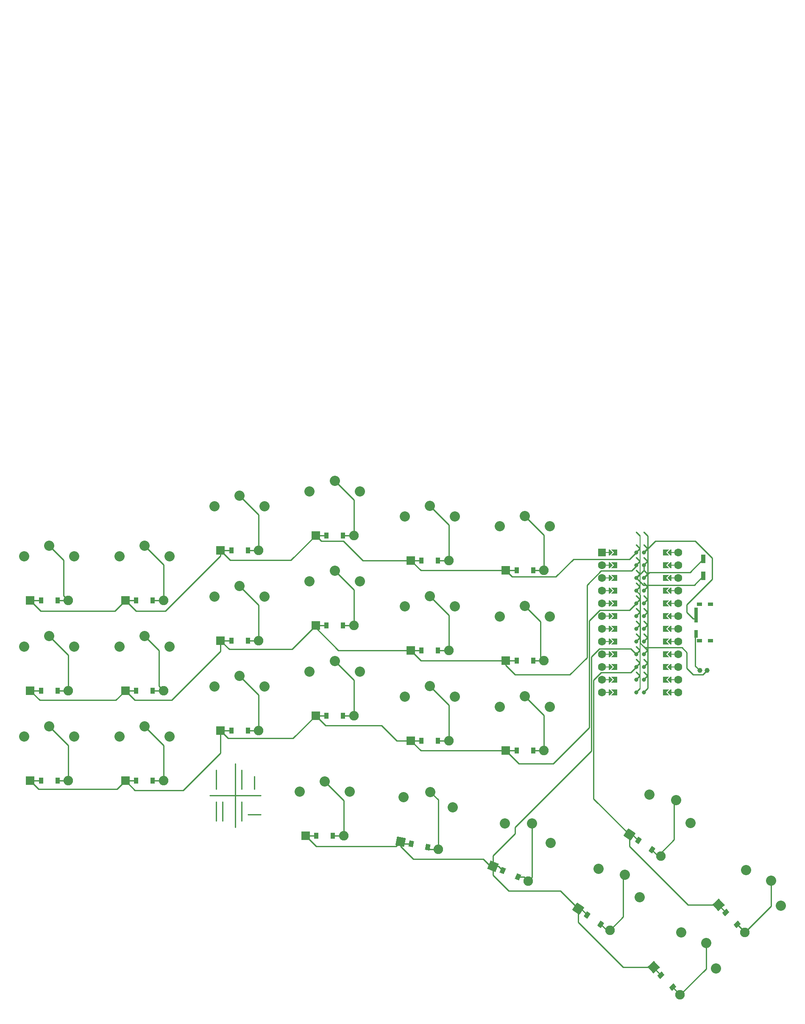
<source format=gbr>
%TF.GenerationSoftware,KiCad,Pcbnew,7.0.2-6a45011f42~172~ubuntu22.04.1*%
%TF.CreationDate,2023-05-10T23:38:50+02:00*%
%TF.ProjectId,keyboard,6b657962-6f61-4726-942e-6b696361645f,v1.0.0*%
%TF.SameCoordinates,Original*%
%TF.FileFunction,Copper,L1,Top*%
%TF.FilePolarity,Positive*%
%FSLAX46Y46*%
G04 Gerber Fmt 4.6, Leading zero omitted, Abs format (unit mm)*
G04 Created by KiCad (PCBNEW 7.0.2-6a45011f42~172~ubuntu22.04.1) date 2023-05-10 23:38:50*
%MOMM*%
%LPD*%
G01*
G04 APERTURE LIST*
G04 Aperture macros list*
%AMRotRect*
0 Rectangle, with rotation*
0 The origin of the aperture is its center*
0 $1 length*
0 $2 width*
0 $3 Rotation angle, in degrees counterclockwise*
0 Add horizontal line*
21,1,$1,$2,0,0,$3*%
%AMFreePoly0*
4,1,5,0.125000,-0.500000,-0.125000,-0.500000,-0.125000,0.500000,0.125000,0.500000,0.125000,-0.500000,0.125000,-0.500000,$1*%
%AMFreePoly1*
4,1,6,0.600000,0.200000,0.000000,-0.400000,-0.600000,0.200000,-0.600000,0.400000,0.600000,0.400000,0.600000,0.200000,0.600000,0.200000,$1*%
%AMFreePoly2*
4,1,6,0.600000,-0.250000,-0.600000,-0.250000,-0.600000,1.000000,0.000000,0.400000,0.600000,1.000000,0.600000,-0.250000,0.600000,-0.250000,$1*%
%AMFreePoly3*
4,1,49,0.088388,4.152388,0.854389,3.386388,0.867767,3.368517,0.871157,3.365580,0.871925,3.362962,0.875711,3.357906,0.882287,3.327671,0.891000,3.298000,0.891000,0.766000,0.887823,0.743906,0.888144,0.739429,0.886835,0.737032,0.885937,0.730783,0.869213,0.704760,0.854389,0.677612,0.088388,-0.088388,0.064431,-0.106321,0.062500,-0.108253,0.061490,-0.108523,0.059906,-0.109710,
0.044798,-0.112996,0.000000,-0.125000,-0.004652,-0.123753,-0.008917,-0.124682,-0.028634,-0.117327,-0.062500,-0.108253,-0.068172,-0.102580,-0.074910,-0.100068,-0.087486,-0.083266,-0.108253,-0.062500,-0.111163,-0.051638,-0.117119,-0.043683,-0.118510,-0.024217,-0.125000,0.000000,-0.121245,0.014013,-0.122144,0.026571,-0.113772,0.041902,-0.108253,0.062500,-0.095631,0.075121,-0.088388,0.088388,
0.641000,0.817776,0.641000,3.246223,-0.088388,3.975612,-0.109710,4.004094,-0.124682,4.072917,-0.100068,4.138910,-0.043683,4.181119,0.026571,4.186144,0.088388,4.152388,0.088388,4.152388,$1*%
%AMFreePoly4*
4,1,49,0.088388,4.152388,0.850389,3.390388,0.863767,3.372517,0.867157,3.369580,0.867925,3.366962,0.871711,3.361906,0.878287,3.331671,0.887000,3.302000,0.887000,0.762000,0.883823,0.739906,0.884144,0.735429,0.882835,0.733032,0.881937,0.726783,0.865213,0.700760,0.850389,0.673612,0.088388,-0.088388,0.064431,-0.106321,0.062500,-0.108253,0.061490,-0.108523,0.059906,-0.109710,
0.044798,-0.112996,0.000000,-0.125000,-0.004652,-0.123753,-0.008917,-0.124682,-0.028634,-0.117327,-0.062500,-0.108253,-0.068172,-0.102580,-0.074910,-0.100068,-0.087486,-0.083266,-0.108253,-0.062500,-0.111163,-0.051638,-0.117119,-0.043683,-0.118510,-0.024217,-0.125000,0.000000,-0.121245,0.014013,-0.122144,0.026571,-0.113772,0.041902,-0.108253,0.062500,-0.095631,0.075121,-0.088388,0.088388,
0.637000,0.813776,0.637000,3.250223,-0.088388,3.975612,-0.109710,4.004094,-0.124682,4.072917,-0.100068,4.138910,-0.043683,4.181119,0.026571,4.186144,0.088388,4.152388,0.088388,4.152388,$1*%
G04 Aperture macros list end*
%TA.AperFunction,ComponentPad*%
%ADD10C,1.000000*%
%TD*%
%TA.AperFunction,ComponentPad*%
%ADD11C,2.032000*%
%TD*%
%TA.AperFunction,ComponentPad*%
%ADD12R,1.778000X1.778000*%
%TD*%
%TA.AperFunction,SMDPad,CuDef*%
%ADD13R,0.900000X1.200000*%
%TD*%
%TA.AperFunction,ComponentPad*%
%ADD14C,1.905000*%
%TD*%
%TA.AperFunction,ComponentPad*%
%ADD15RotRect,1.778000X1.778000X337.000000*%
%TD*%
%TA.AperFunction,SMDPad,CuDef*%
%ADD16RotRect,0.900000X1.200000X337.000000*%
%TD*%
%TA.AperFunction,ComponentPad*%
%ADD17RotRect,1.778000X1.778000X314.000000*%
%TD*%
%TA.AperFunction,SMDPad,CuDef*%
%ADD18RotRect,0.900000X1.200000X314.000000*%
%TD*%
%TA.AperFunction,ComponentPad*%
%ADD19RotRect,1.778000X1.778000X325.500000*%
%TD*%
%TA.AperFunction,SMDPad,CuDef*%
%ADD20RotRect,0.900000X1.200000X325.500000*%
%TD*%
%TA.AperFunction,SMDPad,CuDef*%
%ADD21R,1.000000X0.800000*%
%TD*%
%TA.AperFunction,SMDPad,CuDef*%
%ADD22R,0.700000X1.500000*%
%TD*%
%TA.AperFunction,SMDPad,CuDef*%
%ADD23R,0.900000X1.700000*%
%TD*%
%TA.AperFunction,ComponentPad*%
%ADD24RotRect,1.778000X1.778000X348.500000*%
%TD*%
%TA.AperFunction,SMDPad,CuDef*%
%ADD25RotRect,0.900000X1.200000X348.500000*%
%TD*%
%TA.AperFunction,ComponentPad*%
%ADD26C,1.600000*%
%TD*%
%TA.AperFunction,SMDPad,CuDef*%
%ADD27FreePoly0,270.000000*%
%TD*%
%TA.AperFunction,SMDPad,CuDef*%
%ADD28FreePoly1,270.000000*%
%TD*%
%TA.AperFunction,SMDPad,CuDef*%
%ADD29FreePoly1,90.000000*%
%TD*%
%TA.AperFunction,SMDPad,CuDef*%
%ADD30FreePoly0,90.000000*%
%TD*%
%TA.AperFunction,ComponentPad*%
%ADD31R,1.600000X1.600000*%
%TD*%
%TA.AperFunction,SMDPad,CuDef*%
%ADD32FreePoly2,270.000000*%
%TD*%
%TA.AperFunction,SMDPad,CuDef*%
%ADD33FreePoly3,270.000000*%
%TD*%
%TA.AperFunction,ComponentPad*%
%ADD34C,0.800000*%
%TD*%
%TA.AperFunction,SMDPad,CuDef*%
%ADD35FreePoly4,90.000000*%
%TD*%
%TA.AperFunction,SMDPad,CuDef*%
%ADD36FreePoly2,90.000000*%
%TD*%
%TA.AperFunction,Conductor*%
%ADD37C,0.250000*%
%TD*%
G04 APERTURE END LIST*
D10*
%TO.P,,2*%
%TO.N,GND*%
X231400000Y-83000000D03*
%TO.P,,1*%
%TO.N,pos*%
X229900000Y-83000000D03*
%TD*%
D11*
%TO.P,S4,1*%
%TO.N,P20*%
X114000000Y-96200000D03*
X124000000Y-96200000D03*
%TO.P,S4,2*%
%TO.N,pinky_bottom*%
X119000000Y-94100000D03*
X119000000Y-94100000D03*
%TD*%
%TO.P,S21,1*%
%TO.N,P14*%
X190955367Y-113497941D03*
X200160416Y-117405252D03*
%TO.P,S21,2*%
%TO.N,middle_lower*%
X196378427Y-113518536D03*
X196378427Y-113518536D03*
%TD*%
%TO.P,S9,1*%
%TO.N,P19*%
X133000000Y-50200000D03*
X143000000Y-50200000D03*
%TO.P,S9,2*%
%TO.N,ring_top*%
X138000000Y-48100000D03*
X138000000Y-48100000D03*
%TD*%
D12*
%TO.P,D1,1*%
%TO.N,P2*%
X96190000Y-105000000D03*
D13*
X98350000Y-105000000D03*
%TO.P,D1,2*%
%TO.N,outer_bottom*%
X101650000Y-105000000D03*
D14*
X103810000Y-105000000D03*
%TD*%
D11*
%TO.P,S7,1*%
%TO.N,P19*%
X133000000Y-86200000D03*
X143000000Y-86200000D03*
%TO.P,S7,2*%
%TO.N,ring_bottom*%
X138000000Y-84100000D03*
X138000000Y-84100000D03*
%TD*%
D12*
%TO.P,D7,1*%
%TO.N,P2*%
X134190000Y-95000000D03*
D13*
X136350000Y-95000000D03*
%TO.P,D7,2*%
%TO.N,ring_bottom*%
X139650000Y-95000000D03*
D14*
X141810000Y-95000000D03*
%TD*%
D12*
%TO.P,D14,1*%
%TO.N,P0*%
X172190000Y-79000000D03*
D13*
X174350000Y-79000000D03*
%TO.P,D14,2*%
%TO.N,index_home*%
X177650000Y-79000000D03*
D14*
X179810000Y-79000000D03*
%TD*%
D15*
%TO.P,D21,1*%
%TO.N,P6*%
X188612334Y-122063353D03*
D16*
X190600624Y-122907333D03*
%TO.P,D21,2*%
%TO.N,middle_lower*%
X193638290Y-124196745D03*
D14*
X195626580Y-125040725D03*
%TD*%
D11*
%TO.P,S17,1*%
%TO.N,P14*%
X190000000Y-72200000D03*
X200000000Y-72200000D03*
%TO.P,S17,2*%
%TO.N,inner_home*%
X195000000Y-70100000D03*
X195000000Y-70100000D03*
%TD*%
%TO.P,S11,1*%
%TO.N,P18*%
X152000000Y-65200000D03*
X162000000Y-65200000D03*
%TO.P,S11,2*%
%TO.N,middle_home*%
X157000000Y-63100000D03*
X157000000Y-63100000D03*
%TD*%
D17*
%TO.P,D24,1*%
%TO.N,P6*%
X220690633Y-142266770D03*
D18*
X222191095Y-143820544D03*
%TO.P,D24,2*%
%TO.N,outer2_lower*%
X224483467Y-146194366D03*
D14*
X225983929Y-147748140D03*
%TD*%
D12*
%TO.P,D9,1*%
%TO.N,P1*%
X134190000Y-59000000D03*
D13*
X136350000Y-59000000D03*
%TO.P,D9,2*%
%TO.N,ring_top*%
X139650000Y-59000000D03*
D14*
X141810000Y-59000000D03*
%TD*%
D12*
%TO.P,D3,1*%
%TO.N,P1*%
X96190000Y-69000000D03*
D13*
X98350000Y-69000000D03*
%TO.P,D3,2*%
%TO.N,outer_top*%
X101650000Y-69000000D03*
D14*
X103810000Y-69000000D03*
%TD*%
D11*
%TO.P,S6,1*%
%TO.N,P20*%
X114000000Y-60200000D03*
X124000000Y-60200000D03*
%TO.P,S6,2*%
%TO.N,pinky_top*%
X119000000Y-58100000D03*
X119000000Y-58100000D03*
%TD*%
D19*
%TO.P,D23,1*%
%TO.N,P7*%
X215863984Y-115715733D03*
D20*
X217644097Y-116939171D03*
%TO.P,D23,2*%
%TO.N,outer1_upper*%
X220363713Y-118808311D03*
D14*
X222143826Y-120031749D03*
%TD*%
D11*
%TO.P,S14,1*%
%TO.N,P15*%
X171000000Y-70200000D03*
X181000000Y-70200000D03*
%TO.P,S14,2*%
%TO.N,index_home*%
X176000000Y-68100000D03*
X176000000Y-68100000D03*
%TD*%
D12*
%TO.P,D13,1*%
%TO.N,P2*%
X172190000Y-97000000D03*
D13*
X174350000Y-97000000D03*
%TO.P,D13,2*%
%TO.N,index_bottom*%
X177650000Y-97000000D03*
D14*
X179810000Y-97000000D03*
%TD*%
D11*
%TO.P,S18,1*%
%TO.N,P14*%
X190000000Y-54200000D03*
X200000000Y-54200000D03*
%TO.P,S18,2*%
%TO.N,inner_top*%
X195000000Y-52100000D03*
X195000000Y-52100000D03*
%TD*%
%TO.P,S16,1*%
%TO.N,P14*%
X190000000Y-90200000D03*
X200000000Y-90200000D03*
%TO.P,S16,2*%
%TO.N,inner_bottom*%
X195000000Y-88100000D03*
X195000000Y-88100000D03*
%TD*%
%TO.P,S2,1*%
%TO.N,P21*%
X95000000Y-78200000D03*
X105000000Y-78200000D03*
%TO.P,S2,2*%
%TO.N,outer_home*%
X100000000Y-76100000D03*
X100000000Y-76100000D03*
%TD*%
%TO.P,S23,1*%
%TO.N,P8*%
X219867649Y-107789399D03*
X228108911Y-113453462D03*
%TO.P,S23,2*%
%TO.N,outer1_upper*%
X225177733Y-108890765D03*
X225177733Y-108890765D03*
%TD*%
D12*
%TO.P,D19,1*%
%TO.N,P6*%
X151190000Y-116000000D03*
D13*
X153350000Y-116000000D03*
%TO.P,D19,2*%
%TO.N,inner1_lower*%
X156650000Y-116000000D03*
D14*
X158810000Y-116000000D03*
%TD*%
D11*
%TO.P,S12,1*%
%TO.N,P18*%
X152000000Y-47200000D03*
X162000000Y-47200000D03*
%TO.P,S12,2*%
%TO.N,middle_top*%
X157000000Y-45100000D03*
X157000000Y-45100000D03*
%TD*%
%TO.P,S1,1*%
%TO.N,P21*%
X95000000Y-96200000D03*
X105000000Y-96200000D03*
%TO.P,S1,2*%
%TO.N,outer_bottom*%
X100000000Y-94100000D03*
X100000000Y-94100000D03*
%TD*%
D21*
%TO.P,,*%
%TO.N,*%
X229870000Y-77050000D03*
X232080000Y-77050000D03*
X229870000Y-69750000D03*
X232080000Y-69750000D03*
D22*
%TO.P,,1*%
%TO.N,pos*%
X229220000Y-75650000D03*
%TO.P,,2*%
%TO.N,RAW*%
X229220000Y-72650000D03*
%TO.P,,3*%
%TO.N,N/C*%
X229220000Y-71150000D03*
%TD*%
D11*
%TO.P,S13,1*%
%TO.N,P15*%
X171000000Y-88200000D03*
X181000000Y-88200000D03*
%TO.P,S13,2*%
%TO.N,index_bottom*%
X176000000Y-86100000D03*
X176000000Y-86100000D03*
%TD*%
%TO.P,S15,1*%
%TO.N,P15*%
X171000000Y-52200000D03*
X181000000Y-52200000D03*
%TO.P,S15,2*%
%TO.N,index_top*%
X176000000Y-50100000D03*
X176000000Y-50100000D03*
%TD*%
%TO.P,S20,1*%
%TO.N,P15*%
X170794768Y-108286976D03*
X180594015Y-110280656D03*
%TO.P,S20,2*%
%TO.N,inner2_lower*%
X176113064Y-107225974D03*
X176113064Y-107225974D03*
%TD*%
D23*
%TO.P,,1*%
%TO.N,RST*%
X230650000Y-60700000D03*
%TO.P,,2*%
%TO.N,GND*%
X230650000Y-64100000D03*
%TD*%
D24*
%TO.P,D20,1*%
%TO.N,P6*%
X170206441Y-117147561D03*
D25*
X172323078Y-117578196D03*
%TO.P,D20,2*%
%TO.N,inner2_lower*%
X175556830Y-118236110D03*
D14*
X177673467Y-118666745D03*
%TD*%
D12*
%TO.P,D10,1*%
%TO.N,P2*%
X153190000Y-92000000D03*
D13*
X155350000Y-92000000D03*
%TO.P,D10,2*%
%TO.N,middle_bottom*%
X158650000Y-92000000D03*
D14*
X160810000Y-92000000D03*
%TD*%
D11*
%TO.P,S8,1*%
%TO.N,P19*%
X133000000Y-68200000D03*
X143000000Y-68200000D03*
%TO.P,S8,2*%
%TO.N,ring_home*%
X138000000Y-66100000D03*
X138000000Y-66100000D03*
%TD*%
D12*
%TO.P,D17,1*%
%TO.N,P0*%
X191190000Y-81000000D03*
D13*
X193350000Y-81000000D03*
%TO.P,D17,2*%
%TO.N,inner_home*%
X196650000Y-81000000D03*
D14*
X198810000Y-81000000D03*
%TD*%
D11*
%TO.P,S25,1*%
%TO.N,P9*%
X239142295Y-122793911D03*
X246088879Y-129987309D03*
%TO.P,S25,2*%
%TO.N,outer2_upper*%
X244126201Y-124931828D03*
X244126201Y-124931828D03*
%TD*%
D12*
%TO.P,D2,1*%
%TO.N,P0*%
X96190000Y-87000000D03*
D13*
X98350000Y-87000000D03*
%TO.P,D2,2*%
%TO.N,outer_home*%
X101650000Y-87000000D03*
D14*
X103810000Y-87000000D03*
%TD*%
D12*
%TO.P,D8,1*%
%TO.N,P0*%
X134190000Y-77000000D03*
D13*
X136350000Y-77000000D03*
%TO.P,D8,2*%
%TO.N,ring_home*%
X139650000Y-77000000D03*
D14*
X141810000Y-77000000D03*
%TD*%
D12*
%TO.P,D5,1*%
%TO.N,P0*%
X115190000Y-87000000D03*
D13*
X117350000Y-87000000D03*
%TO.P,D5,2*%
%TO.N,pinky_home*%
X120650000Y-87000000D03*
D14*
X122810000Y-87000000D03*
%TD*%
D11*
%TO.P,S10,1*%
%TO.N,P18*%
X152000000Y-83200000D03*
X162000000Y-83200000D03*
%TO.P,S10,2*%
%TO.N,middle_bottom*%
X157000000Y-81100000D03*
X157000000Y-81100000D03*
%TD*%
D12*
%TO.P,D11,1*%
%TO.N,P0*%
X153190000Y-74000000D03*
D13*
X155350000Y-74000000D03*
%TO.P,D11,2*%
%TO.N,middle_home*%
X158650000Y-74000000D03*
D14*
X160810000Y-74000000D03*
%TD*%
D12*
%TO.P,D16,1*%
%TO.N,P2*%
X191190000Y-99000000D03*
D13*
X193350000Y-99000000D03*
%TO.P,D16,2*%
%TO.N,inner_bottom*%
X196650000Y-99000000D03*
D14*
X198810000Y-99000000D03*
%TD*%
D11*
%TO.P,S24,1*%
%TO.N,P9*%
X226194179Y-135297762D03*
X233140763Y-142491160D03*
%TO.P,S24,2*%
%TO.N,outer2_lower*%
X231178085Y-137435679D03*
X231178085Y-137435679D03*
%TD*%
%TO.P,S5,1*%
%TO.N,P20*%
X114000000Y-78200000D03*
X124000000Y-78200000D03*
%TO.P,S5,2*%
%TO.N,pinky_home*%
X119000000Y-76100000D03*
X119000000Y-76100000D03*
%TD*%
%TO.P,S22,1*%
%TO.N,P8*%
X209672337Y-122623670D03*
X217913599Y-128287733D03*
%TO.P,S22,2*%
%TO.N,outer1_lower*%
X214982421Y-123725036D03*
X214982421Y-123725036D03*
%TD*%
D17*
%TO.P,D25,1*%
%TO.N,P7*%
X233638749Y-129762919D03*
D18*
X235139211Y-131316693D03*
%TO.P,D25,2*%
%TO.N,outer2_upper*%
X237431583Y-133690515D03*
D14*
X238932045Y-135244289D03*
%TD*%
D11*
%TO.P,S19,1*%
%TO.N,P18*%
X150000000Y-107200000D03*
X160000000Y-107200000D03*
%TO.P,S19,2*%
%TO.N,inner1_lower*%
X155000000Y-105100000D03*
X155000000Y-105100000D03*
%TD*%
D12*
%TO.P,D12,1*%
%TO.N,P1*%
X153190000Y-56000000D03*
D13*
X155350000Y-56000000D03*
%TO.P,D12,2*%
%TO.N,middle_top*%
X158650000Y-56000000D03*
D14*
X160810000Y-56000000D03*
%TD*%
D12*
%TO.P,D18,1*%
%TO.N,P1*%
X191190000Y-63000000D03*
D13*
X193350000Y-63000000D03*
%TO.P,D18,2*%
%TO.N,inner_top*%
X196650000Y-63000000D03*
D14*
X198810000Y-63000000D03*
%TD*%
D12*
%TO.P,D6,1*%
%TO.N,P1*%
X115190000Y-69000000D03*
D13*
X117350000Y-69000000D03*
%TO.P,D6,2*%
%TO.N,pinky_top*%
X120650000Y-69000000D03*
D14*
X122810000Y-69000000D03*
%TD*%
D19*
%TO.P,D22,1*%
%TO.N,P6*%
X205668672Y-130550004D03*
D20*
X207448785Y-131773442D03*
%TO.P,D22,2*%
%TO.N,outer1_lower*%
X210168401Y-133642582D03*
D14*
X211948514Y-134866020D03*
%TD*%
D12*
%TO.P,D4,1*%
%TO.N,P2*%
X115190000Y-105000000D03*
D13*
X117350000Y-105000000D03*
%TO.P,D4,2*%
%TO.N,pinky_bottom*%
X120650000Y-105000000D03*
D14*
X122810000Y-105000000D03*
%TD*%
D26*
%TO.P,MCU1,*%
%TO.N,*%
X225620000Y-59430000D03*
D27*
X224350000Y-59430000D03*
D28*
X223842000Y-59430000D03*
D29*
X212158000Y-59430000D03*
D30*
X211650000Y-59430000D03*
D26*
X210380000Y-59430000D03*
D31*
X210380000Y-59430000D03*
D26*
X225620000Y-61970000D03*
D27*
X224350000Y-61970000D03*
D28*
X223842000Y-61970000D03*
D29*
X212158000Y-61970000D03*
D30*
X211650000Y-61970000D03*
D26*
X210380000Y-61970000D03*
X225620000Y-64510000D03*
D27*
X224350000Y-64510000D03*
D28*
X223842000Y-64510000D03*
D29*
X212158000Y-64510000D03*
D30*
X211650000Y-64510000D03*
D26*
X210380000Y-64510000D03*
X225620000Y-67050000D03*
D27*
X224350000Y-67050000D03*
D28*
X223842000Y-67050000D03*
D29*
X212158000Y-67050000D03*
D30*
X211650000Y-67050000D03*
D26*
X210380000Y-67050000D03*
X225620000Y-69590000D03*
D27*
X224350000Y-69590000D03*
D28*
X223842000Y-69590000D03*
D29*
X212158000Y-69590000D03*
D30*
X211650000Y-69590000D03*
D26*
X210380000Y-69590000D03*
X225620000Y-72130000D03*
D27*
X224350000Y-72130000D03*
D28*
X223842000Y-72130000D03*
D29*
X212158000Y-72130000D03*
D30*
X211650000Y-72130000D03*
D26*
X210380000Y-72130000D03*
X225620000Y-74670000D03*
D27*
X224350000Y-74670000D03*
D28*
X223842000Y-74670000D03*
D29*
X212158000Y-74670000D03*
D30*
X211650000Y-74670000D03*
D26*
X210380000Y-74670000D03*
X225620000Y-77210000D03*
D27*
X224350000Y-77210000D03*
D28*
X223842000Y-77210000D03*
D29*
X212158000Y-77210000D03*
D30*
X211650000Y-77210000D03*
D26*
X210380000Y-77210000D03*
X225620000Y-79750000D03*
D27*
X224350000Y-79750000D03*
D28*
X223842000Y-79750000D03*
D29*
X212158000Y-79750000D03*
D30*
X211650000Y-79750000D03*
D26*
X210380000Y-79750000D03*
X225620000Y-82290000D03*
D27*
X224350000Y-82290000D03*
D28*
X223842000Y-82290000D03*
D29*
X212158000Y-82290000D03*
D30*
X211650000Y-82290000D03*
D26*
X210380000Y-82290000D03*
X225620000Y-84830000D03*
D27*
X224350000Y-84830000D03*
D28*
X223842000Y-84830000D03*
D29*
X212158000Y-84830000D03*
D30*
X211650000Y-84830000D03*
D26*
X210380000Y-84830000D03*
X225620000Y-87370000D03*
D27*
X224350000Y-87370000D03*
D28*
X223842000Y-87370000D03*
D29*
X212158000Y-87370000D03*
D30*
X211650000Y-87370000D03*
D26*
X210380000Y-87370000D03*
D32*
%TO.P,MCU1,1*%
%TO.N,RAW*%
X222826000Y-59430000D03*
D33*
X218762000Y-59430000D03*
D34*
X218762000Y-59430000D03*
D32*
%TO.P,MCU1,2*%
%TO.N,GND*%
X222826000Y-61970000D03*
D33*
X218762000Y-61970000D03*
D34*
X218762000Y-61970000D03*
D32*
%TO.P,MCU1,3*%
%TO.N,RST*%
X222826000Y-64510000D03*
D33*
X218762000Y-64510000D03*
D34*
X218762000Y-64510000D03*
D32*
%TO.P,MCU1,4*%
%TO.N,VCC*%
X222826000Y-67050000D03*
D33*
X218762000Y-67050000D03*
D34*
X218762000Y-67050000D03*
D32*
%TO.P,MCU1,5*%
%TO.N,P21*%
X222826000Y-69590000D03*
D33*
X218762000Y-69590000D03*
D34*
X218762000Y-69590000D03*
D32*
%TO.P,MCU1,6*%
%TO.N,P20*%
X222826000Y-72130000D03*
D33*
X218762000Y-72130000D03*
D34*
X218762000Y-72130000D03*
D32*
%TO.P,MCU1,7*%
%TO.N,P19*%
X222826000Y-74670000D03*
D33*
X218762000Y-74670000D03*
D34*
X218762000Y-74670000D03*
D32*
%TO.P,MCU1,8*%
%TO.N,P18*%
X222826000Y-77210000D03*
D33*
X218762000Y-77210000D03*
D34*
X218762000Y-77210000D03*
D32*
%TO.P,MCU1,9*%
%TO.N,P15*%
X222826000Y-79750000D03*
D33*
X218762000Y-79750000D03*
D34*
X218762000Y-79750000D03*
D32*
%TO.P,MCU1,10*%
%TO.N,P14*%
X222826000Y-82290000D03*
D33*
X218762000Y-82290000D03*
D34*
X218762000Y-82290000D03*
D32*
%TO.P,MCU1,11*%
%TO.N,P16*%
X222826000Y-84830000D03*
D33*
X218762000Y-84830000D03*
D34*
X218762000Y-84830000D03*
D32*
%TO.P,MCU1,12*%
%TO.N,P10*%
X222826000Y-87370000D03*
D33*
X218762000Y-87370000D03*
D34*
X218762000Y-87370000D03*
D35*
%TO.P,MCU1,13*%
%TO.N,P9*%
X217238000Y-87370000D03*
D34*
X217238000Y-87370000D03*
D36*
X213174000Y-87370000D03*
D35*
%TO.P,MCU1,14*%
%TO.N,P8*%
X217238000Y-84830000D03*
D34*
X217238000Y-84830000D03*
D36*
X213174000Y-84830000D03*
D35*
%TO.P,MCU1,15*%
%TO.N,P7*%
X217238000Y-82290000D03*
D34*
X217238000Y-82290000D03*
D36*
X213174000Y-82290000D03*
D35*
%TO.P,MCU1,16*%
%TO.N,P6*%
X217238000Y-79750000D03*
D34*
X217238000Y-79750000D03*
D36*
X213174000Y-79750000D03*
D35*
%TO.P,MCU1,17*%
%TO.N,P5*%
X217238000Y-77210000D03*
D34*
X217238000Y-77210000D03*
D36*
X213174000Y-77210000D03*
D35*
%TO.P,MCU1,18*%
%TO.N,P4*%
X217238000Y-74670000D03*
D34*
X217238000Y-74670000D03*
D36*
X213174000Y-74670000D03*
D35*
%TO.P,MCU1,19*%
%TO.N,P3*%
X217238000Y-72130000D03*
D34*
X217238000Y-72130000D03*
D36*
X213174000Y-72130000D03*
D35*
%TO.P,MCU1,20*%
%TO.N,P2*%
X217238000Y-69590000D03*
D34*
X217238000Y-69590000D03*
D36*
X213174000Y-69590000D03*
D35*
%TO.P,MCU1,21*%
%TO.N,GND*%
X217238000Y-67050000D03*
D34*
X217238000Y-67050000D03*
D36*
X213174000Y-67050000D03*
D35*
%TO.P,MCU1,22*%
X217238000Y-64510000D03*
D34*
X217238000Y-64510000D03*
D36*
X213174000Y-64510000D03*
D35*
%TO.P,MCU1,23*%
%TO.N,P0*%
X217238000Y-61970000D03*
D34*
X217238000Y-61970000D03*
D36*
X213174000Y-61970000D03*
D35*
%TO.P,MCU1,24*%
%TO.N,P1*%
X217238000Y-59430000D03*
D34*
X217238000Y-59430000D03*
D36*
X213174000Y-59430000D03*
%TD*%
D12*
%TO.P,D15,1*%
%TO.N,P1*%
X172190000Y-61000000D03*
D13*
X174350000Y-61000000D03*
%TO.P,D15,2*%
%TO.N,index_top*%
X177650000Y-61000000D03*
D14*
X179810000Y-61000000D03*
%TD*%
D11*
%TO.P,S3,1*%
%TO.N,P21*%
X95000000Y-60200000D03*
X105000000Y-60200000D03*
%TO.P,S3,2*%
%TO.N,outer_top*%
X100000000Y-58100000D03*
X100000000Y-58100000D03*
%TD*%
D37*
%TO.N,GND*%
X217238000Y-64510000D02*
X218762000Y-62986000D01*
X218762000Y-62986000D02*
X218762000Y-61970000D01*
X231400000Y-83000000D02*
X230575000Y-83825000D01*
X230575000Y-83825000D02*
X228605000Y-83825000D01*
X228605000Y-83825000D02*
X227330000Y-82550000D01*
X218037000Y-67849000D02*
X217238000Y-67050000D01*
X227330000Y-82550000D02*
X227330000Y-79382000D01*
X227330000Y-79382000D02*
X226374000Y-78426000D01*
X226374000Y-78426000D02*
X218952695Y-78426000D01*
X218952695Y-78426000D02*
X218037000Y-77510305D01*
X218037000Y-77510305D02*
X218037000Y-67849000D01*
%TO.N,P7*%
X215863984Y-115715733D02*
X215863984Y-118073984D01*
X215863984Y-118073984D02*
X227552919Y-129762919D01*
X227552919Y-129762919D02*
X233638749Y-129762919D01*
%TO.N,P2*%
X217238000Y-69590000D02*
X215910000Y-70918000D01*
X215910000Y-70918000D02*
X210001009Y-70918000D01*
X210001009Y-70918000D02*
X207830000Y-73089009D01*
X207830000Y-94430000D02*
X200660000Y-101600000D01*
X207830000Y-73089009D02*
X207830000Y-94430000D01*
X200660000Y-101600000D02*
X193790000Y-101600000D01*
X193790000Y-101600000D02*
X191190000Y-99000000D01*
%TO.N,P6*%
X188612334Y-122063353D02*
X188103353Y-122063353D01*
X188103353Y-122063353D02*
X186690000Y-120650000D01*
X186690000Y-120650000D02*
X172720000Y-120650000D01*
X172720000Y-120650000D02*
X170206441Y-118136441D01*
X170206441Y-118136441D02*
X170206441Y-117147561D01*
X170206441Y-117147561D02*
X169244002Y-118110000D01*
X169244002Y-118110000D02*
X153300000Y-118110000D01*
X153300000Y-118110000D02*
X151190000Y-116000000D01*
%TO.N,middle_lower*%
X195626580Y-125040725D02*
X194782600Y-124196745D01*
X194782600Y-124196745D02*
X193638290Y-124196745D01*
%TO.N,P6*%
X205668672Y-130550004D02*
X202118668Y-127000000D01*
X202118668Y-127000000D02*
X191770000Y-127000000D01*
X191770000Y-127000000D02*
X188612334Y-123842334D01*
X188612334Y-123842334D02*
X188612334Y-122063353D01*
X205668672Y-130550004D02*
X205668672Y-133278672D01*
X205668672Y-133278672D02*
X214656770Y-142266770D01*
X214656770Y-142266770D02*
X220690633Y-142266770D01*
%TO.N,P0*%
X115190000Y-87000000D02*
X113290000Y-88900000D01*
X113290000Y-88900000D02*
X98090000Y-88900000D01*
X98090000Y-88900000D02*
X96190000Y-87000000D01*
%TO.N,P2*%
X115190000Y-105000000D02*
X113510000Y-106680000D01*
X113510000Y-106680000D02*
X97870000Y-106680000D01*
X97870000Y-106680000D02*
X96190000Y-105000000D01*
X134190000Y-95000000D02*
X134190000Y-99490000D01*
X117098329Y-106908329D02*
X115190000Y-105000000D01*
X134190000Y-99490000D02*
X126771671Y-106908329D01*
X126771671Y-106908329D02*
X117098329Y-106908329D01*
X153190000Y-92000000D02*
X148670000Y-96520000D01*
X148670000Y-96520000D02*
X135710000Y-96520000D01*
X135710000Y-96520000D02*
X134190000Y-95000000D01*
X172190000Y-97000000D02*
X169390000Y-97000000D01*
X169390000Y-97000000D02*
X166370000Y-93980000D01*
X166370000Y-93980000D02*
X155170000Y-93980000D01*
X155170000Y-93980000D02*
X153190000Y-92000000D01*
X191190000Y-99000000D02*
X174190000Y-99000000D01*
X174190000Y-99000000D02*
X172190000Y-97000000D01*
%TO.N,P1*%
X217238000Y-59430000D02*
X215910000Y-60758000D01*
X215910000Y-60758000D02*
X204672000Y-60758000D01*
X192467500Y-64277500D02*
X191190000Y-63000000D01*
X204672000Y-60758000D02*
X201152500Y-64277500D01*
X201152500Y-64277500D02*
X192467500Y-64277500D01*
X191190000Y-63000000D02*
X174190000Y-63000000D01*
X174190000Y-63000000D02*
X172190000Y-61000000D01*
X172190000Y-61000000D02*
X162600000Y-61000000D01*
X162600000Y-61000000D02*
X158750000Y-57150000D01*
X158750000Y-57150000D02*
X154340000Y-57150000D01*
X154340000Y-57150000D02*
X153190000Y-56000000D01*
X153190000Y-56000000D02*
X148230000Y-60960000D01*
X148230000Y-60960000D02*
X136150000Y-60960000D01*
X136150000Y-60960000D02*
X134190000Y-59000000D01*
X115190000Y-69000000D02*
X117310000Y-71120000D01*
X117310000Y-71120000D02*
X123190000Y-71120000D01*
X123190000Y-71120000D02*
X134190000Y-60120000D01*
X134190000Y-60120000D02*
X134190000Y-59000000D01*
X115190000Y-69000000D02*
X113070000Y-71120000D01*
X113070000Y-71120000D02*
X98310000Y-71120000D01*
X98310000Y-71120000D02*
X96190000Y-69000000D01*
%TO.N,P0*%
X134190000Y-77000000D02*
X134190000Y-79170000D01*
X124460000Y-88900000D02*
X117090000Y-88900000D01*
X134190000Y-79170000D02*
X124460000Y-88900000D01*
X117090000Y-88900000D02*
X115190000Y-87000000D01*
X153190000Y-74000000D02*
X148450000Y-78740000D01*
X148450000Y-78740000D02*
X135930000Y-78740000D01*
X135930000Y-78740000D02*
X134190000Y-77000000D01*
X172190000Y-79000000D02*
X157757500Y-79000000D01*
X157757500Y-79000000D02*
X153190000Y-74432500D01*
X153190000Y-74432500D02*
X153190000Y-74000000D01*
X191190000Y-81000000D02*
X174190000Y-81000000D01*
X174190000Y-81000000D02*
X172190000Y-79000000D01*
X217238000Y-61970000D02*
X217238000Y-62162000D01*
X217238000Y-62162000D02*
X216305000Y-63095000D01*
X216305000Y-63095000D02*
X210204009Y-63095000D01*
X210204009Y-63095000D02*
X207380000Y-65919009D01*
X207380000Y-65919009D02*
X207380000Y-80406316D01*
X193040000Y-83820000D02*
X191190000Y-81970000D01*
X191190000Y-81970000D02*
X191190000Y-81000000D01*
X207380000Y-80406316D02*
X203966316Y-83820000D01*
X203966316Y-83820000D02*
X193040000Y-83820000D01*
%TO.N,*%
X134620000Y-109220000D02*
X134620000Y-113030000D01*
X139700000Y-111760000D02*
X142240000Y-111760000D01*
X138430000Y-109220000D02*
X138430000Y-113030000D01*
X137160000Y-113030000D02*
X137160000Y-114300000D01*
X133350000Y-111760000D02*
X133350000Y-113030000D01*
X133350000Y-109220000D02*
X133350000Y-111760000D01*
X140970000Y-104140000D02*
X140970000Y-106680000D01*
X138430000Y-102870000D02*
X138430000Y-106680000D01*
X137160000Y-101600000D02*
X137160000Y-113030000D01*
X132080000Y-107950000D02*
X142240000Y-107950000D01*
X133350000Y-102870000D02*
X133350000Y-106680000D01*
%TO.N,RST*%
X218762000Y-64510000D02*
X219887000Y-63385000D01*
X219887000Y-63385000D02*
X227965000Y-63385000D01*
X227965000Y-63385000D02*
X230650000Y-60700000D01*
%TO.N,outer_bottom*%
X103810000Y-105000000D02*
X101650000Y-105000000D01*
X103810000Y-97910000D02*
X103810000Y-105000000D01*
X100000000Y-94100000D02*
X103810000Y-97910000D01*
%TO.N,outer_home*%
X100000000Y-76100000D02*
X103810000Y-79910000D01*
X103810000Y-87000000D02*
X101650000Y-87000000D01*
X103810000Y-79910000D02*
X103810000Y-87000000D01*
%TO.N,outer_top*%
X102870000Y-60970000D02*
X102870000Y-68060000D01*
X102870000Y-68060000D02*
X103810000Y-69000000D01*
X103810000Y-69000000D02*
X101650000Y-69000000D01*
X100000000Y-58100000D02*
X102870000Y-60970000D01*
%TO.N,pinky_bottom*%
X122810000Y-97910000D02*
X122810000Y-105000000D01*
X122810000Y-105000000D02*
X120650000Y-105000000D01*
X119000000Y-94100000D02*
X122810000Y-97910000D01*
%TO.N,pinky_home*%
X121920000Y-86110000D02*
X122810000Y-87000000D01*
X119000000Y-76100000D02*
X121920000Y-79020000D01*
X121920000Y-79020000D02*
X121920000Y-86110000D01*
X122810000Y-87000000D02*
X120650000Y-87000000D01*
%TO.N,pinky_top*%
X122810000Y-69000000D02*
X120650000Y-69000000D01*
X119000000Y-58100000D02*
X122810000Y-61910000D01*
X122810000Y-61910000D02*
X122810000Y-69000000D01*
%TO.N,ring_bottom*%
X138000000Y-84100000D02*
X141810000Y-87910000D01*
X141810000Y-87910000D02*
X141810000Y-95000000D01*
X141810000Y-95000000D02*
X139650000Y-95000000D01*
%TO.N,ring_home*%
X141810000Y-69910000D02*
X141810000Y-77000000D01*
X138000000Y-66100000D02*
X141810000Y-69910000D01*
X141810000Y-77000000D02*
X139650000Y-77000000D01*
%TO.N,ring_top*%
X141810000Y-51910000D02*
X141810000Y-59000000D01*
X138000000Y-48100000D02*
X141810000Y-51910000D01*
X141810000Y-59000000D02*
X139650000Y-59000000D01*
%TO.N,middle_bottom*%
X160810000Y-84910000D02*
X160810000Y-92000000D01*
X160810000Y-92000000D02*
X158650000Y-92000000D01*
X157000000Y-81100000D02*
X160810000Y-84910000D01*
%TO.N,middle_home*%
X160810000Y-74000000D02*
X158650000Y-74000000D01*
X157000000Y-63100000D02*
X160810000Y-66910000D01*
X160810000Y-66910000D02*
X160810000Y-74000000D01*
%TO.N,middle_top*%
X157000000Y-45100000D02*
X160810000Y-48910000D01*
X160810000Y-56000000D02*
X158650000Y-56000000D01*
X160810000Y-48910000D02*
X160810000Y-56000000D01*
%TO.N,index_bottom*%
X179810000Y-89910000D02*
X179810000Y-97000000D01*
X176000000Y-86100000D02*
X179810000Y-89910000D01*
X179810000Y-97000000D02*
X177650000Y-97000000D01*
%TO.N,index_home*%
X179810000Y-79000000D02*
X177650000Y-79000000D01*
X176000000Y-68100000D02*
X179810000Y-71910000D01*
X179810000Y-71910000D02*
X179810000Y-79000000D01*
%TO.N,index_top*%
X176000000Y-50100000D02*
X179810000Y-53910000D01*
X179810000Y-53910000D02*
X179810000Y-61000000D01*
X179810000Y-61000000D02*
X177650000Y-61000000D01*
%TO.N,inner_bottom*%
X198810000Y-99000000D02*
X196650000Y-99000000D01*
X198810000Y-91910000D02*
X198810000Y-99000000D01*
X195000000Y-88100000D02*
X198810000Y-91910000D01*
%TO.N,inner_home*%
X198810000Y-81000000D02*
X196650000Y-81000000D01*
X195000000Y-70100000D02*
X198120000Y-73220000D01*
X198120000Y-80310000D02*
X198810000Y-81000000D01*
X198120000Y-73220000D02*
X198120000Y-80310000D01*
%TO.N,inner_top*%
X195000000Y-52100000D02*
X198810000Y-55910000D01*
X198810000Y-55910000D02*
X198810000Y-63000000D01*
X198810000Y-63000000D02*
X196650000Y-63000000D01*
%TO.N,inner1_lower*%
X158810000Y-108910000D02*
X158810000Y-116000000D01*
X155000000Y-105100000D02*
X158810000Y-108910000D01*
X158810000Y-116000000D02*
X156650000Y-116000000D01*
%TO.N,inner2_lower*%
X177673467Y-118666745D02*
X175987465Y-118666745D01*
X175987465Y-118666745D02*
X175556830Y-118236110D01*
X176113064Y-107225974D02*
X177673467Y-108786377D01*
X177673467Y-108786377D02*
X177673467Y-118666745D01*
%TO.N,middle_lower*%
X196378427Y-124288878D02*
X195626580Y-125040725D01*
X196378427Y-113518536D02*
X196378427Y-124288878D01*
%TO.N,outer1_lower*%
X211391839Y-134866020D02*
X210168401Y-133642582D01*
X214630000Y-132184534D02*
X211948514Y-134866020D01*
X214630000Y-124077457D02*
X214630000Y-132184534D01*
X211948514Y-134866020D02*
X211391839Y-134866020D01*
X214982421Y-123725036D02*
X214630000Y-124077457D01*
%TO.N,outer1_upper*%
X225177733Y-108890765D02*
X224790000Y-109278498D01*
X224790000Y-109278498D02*
X224790000Y-116776645D01*
X222143826Y-119422819D02*
X222143826Y-120031749D01*
X221587151Y-120031749D02*
X220363713Y-118808311D01*
X222143826Y-120031749D02*
X221587151Y-120031749D01*
X224790000Y-116776645D02*
X222143826Y-119422819D01*
%TO.N,outer2_lower*%
X231178085Y-137435679D02*
X231178085Y-142553984D01*
X231178085Y-142553984D02*
X225983929Y-147748140D01*
X225983929Y-147694828D02*
X224483467Y-146194366D01*
X225983929Y-147748140D02*
X225983929Y-147694828D01*
%TO.N,outer2_upper*%
X238932045Y-135190977D02*
X237431583Y-133690515D01*
X244126201Y-130050133D02*
X238932045Y-135244289D01*
X244126201Y-124931828D02*
X244126201Y-130050133D01*
X238932045Y-135244289D02*
X238932045Y-135190977D01*
%TO.N,P2*%
X174350000Y-97000000D02*
X172190000Y-97000000D01*
X193350000Y-99000000D02*
X191190000Y-99000000D01*
X136350000Y-95000000D02*
X134190000Y-95000000D01*
X155350000Y-92000000D02*
X153190000Y-92000000D01*
X117350000Y-105000000D02*
X115190000Y-105000000D01*
X98350000Y-105000000D02*
X96190000Y-105000000D01*
%TO.N,P0*%
X136350000Y-77000000D02*
X134190000Y-77000000D01*
X174350000Y-79000000D02*
X172190000Y-79000000D01*
X155350000Y-74000000D02*
X153190000Y-74000000D01*
X117350000Y-87000000D02*
X115190000Y-87000000D01*
X193350000Y-81000000D02*
X191190000Y-81000000D01*
X98350000Y-87000000D02*
X96190000Y-87000000D01*
%TO.N,P1*%
X117350000Y-69000000D02*
X115190000Y-69000000D01*
X155350000Y-56000000D02*
X153190000Y-56000000D01*
X174350000Y-61000000D02*
X172190000Y-61000000D01*
X98350000Y-69000000D02*
X96190000Y-69000000D01*
X193350000Y-63000000D02*
X191190000Y-63000000D01*
X136350000Y-59000000D02*
X134190000Y-59000000D01*
%TO.N,P6*%
X172323078Y-117578196D02*
X170637076Y-117578196D01*
X193040000Y-115570000D02*
X188612334Y-119997666D01*
X153350000Y-116000000D02*
X151190000Y-116000000D01*
X217238000Y-79750000D02*
X216113000Y-78625000D01*
X220690633Y-142320082D02*
X222191095Y-143820544D01*
X193040000Y-114300000D02*
X193040000Y-115570000D01*
X208280000Y-80259009D02*
X208280000Y-99060000D01*
X188612334Y-122063353D02*
X189756644Y-122063353D01*
X189756644Y-122063353D02*
X190600624Y-122907333D01*
X220690633Y-142266770D02*
X220690633Y-142320082D01*
X206225347Y-130550004D02*
X207448785Y-131773442D01*
X205668672Y-130550004D02*
X206225347Y-130550004D01*
X170637076Y-117578196D02*
X170206441Y-117147561D01*
X216113000Y-78625000D02*
X209914009Y-78625000D01*
X188612334Y-119997666D02*
X188612334Y-122063353D01*
X208280000Y-99060000D02*
X193040000Y-114300000D01*
X209914009Y-78625000D02*
X208280000Y-80259009D01*
%TO.N,P7*%
X217238000Y-82290000D02*
X216113000Y-83415000D01*
X216420659Y-115715733D02*
X217644097Y-116939171D01*
X216113000Y-83415000D02*
X210204009Y-83415000D01*
X208730000Y-108581749D02*
X215863984Y-115715733D01*
X210204009Y-83415000D02*
X208730000Y-84889009D01*
X208730000Y-84889009D02*
X208730000Y-108581749D01*
X215863984Y-115715733D02*
X216420659Y-115715733D01*
X233638749Y-129762919D02*
X233638749Y-129816231D01*
X233638749Y-129816231D02*
X235139211Y-131316693D01*
%TO.N,RAW*%
X227330000Y-69850000D02*
X232410000Y-64770000D01*
X229050000Y-57150000D02*
X221042000Y-57150000D01*
X232410000Y-60510000D02*
X229050000Y-57150000D01*
X227330000Y-71360000D02*
X227330000Y-69850000D01*
X229220000Y-72650000D02*
X228620000Y-72650000D01*
X232410000Y-64770000D02*
X232410000Y-60510000D01*
X228620000Y-72650000D02*
X227330000Y-71360000D01*
X221042000Y-57150000D02*
X218762000Y-59430000D01*
%TO.N,GND*%
X230650000Y-64100000D02*
X228825000Y-65925000D01*
X228825000Y-65925000D02*
X218653000Y-65925000D01*
X218653000Y-65925000D02*
X217238000Y-64510000D01*
%TO.N,pos*%
X229045000Y-75825000D02*
X229220000Y-75650000D01*
X229900000Y-83000000D02*
X229045000Y-82145000D01*
X229045000Y-82145000D02*
X229045000Y-75825000D01*
%TD*%
M02*

</source>
